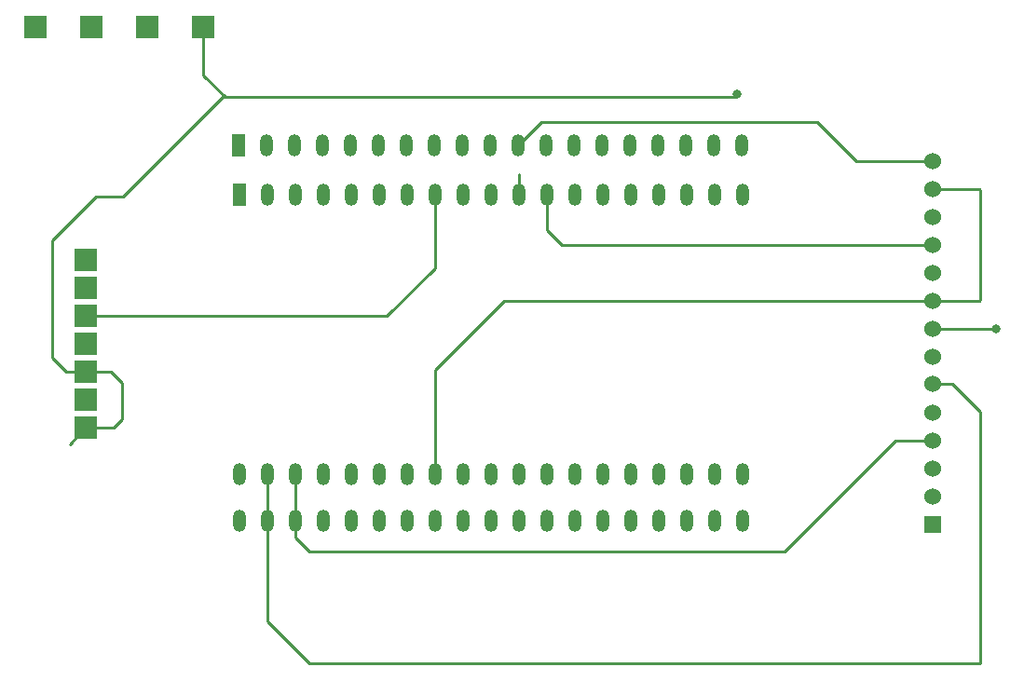
<source format=gbr>
%TF.GenerationSoftware,KiCad,Pcbnew,7.0.8*%
%TF.CreationDate,2024-09-26T17:13:04+02:00*%
%TF.ProjectId,ESP32_TFT2-8,45535033-325f-4544-9654-322d382e6b69,rev?*%
%TF.SameCoordinates,Original*%
%TF.FileFunction,Copper,L1,Top*%
%TF.FilePolarity,Positive*%
%FSLAX46Y46*%
G04 Gerber Fmt 4.6, Leading zero omitted, Abs format (unit mm)*
G04 Created by KiCad (PCBNEW 7.0.8) date 2024-09-26 17:13:04*
%MOMM*%
%LPD*%
G01*
G04 APERTURE LIST*
%TA.AperFunction,ComponentPad*%
%ADD10R,2.000000X2.000000*%
%TD*%
%TA.AperFunction,ComponentPad*%
%ADD11R,1.524000X1.524000*%
%TD*%
%TA.AperFunction,ComponentPad*%
%ADD12C,1.524000*%
%TD*%
%TA.AperFunction,ComponentPad*%
%ADD13R,1.200000X2.000000*%
%TD*%
%TA.AperFunction,ComponentPad*%
%ADD14O,1.200000X2.000000*%
%TD*%
%TA.AperFunction,ViaPad*%
%ADD15C,0.800000*%
%TD*%
%TA.AperFunction,Conductor*%
%ADD16C,0.250000*%
%TD*%
G04 APERTURE END LIST*
D10*
%TO.P,U5,1,LP*%
%TO.N,Net-(U3-LP)*%
X127520000Y-79300000D03*
%TD*%
D11*
%TO.P,U2,1,VCC*%
%TO.N,Net-(U1-3V3)*%
X198909600Y-124536320D03*
D12*
%TO.P,U2,2,GND*%
%TO.N,Net-(U10-LP)*%
X198909600Y-121996320D03*
%TO.P,U2,3,CS*%
%TO.N,Net-(U1-GPIO5)*%
X198909600Y-119486320D03*
%TO.P,U2,4,RESET*%
%TO.N,Net-(U1-GPIO22)*%
X198909600Y-116916320D03*
%TO.P,U2,5,DC*%
%TO.N,unconnected-(U1-ADC2_CH0{slash}GPIO4-Pad26)*%
X198909600Y-114376320D03*
%TO.P,U2,6,MOSI*%
%TO.N,Net-(U1-GPIO23)*%
X198909600Y-111736320D03*
%TO.P,U2,7,SCK*%
%TO.N,Net-(U1-GPIO18)*%
X198909600Y-109296320D03*
%TO.P,U2,8,LED*%
%TO.N,Net-(U1-3V3)*%
X198909600Y-106756320D03*
%TO.P,U2,9,MISO*%
%TO.N,Net-(U1-GPIO19)*%
X198909600Y-104216320D03*
%TO.P,U2,10,T_CLK*%
%TO.N,Net-(U1-GPIO18)*%
X198909600Y-101676320D03*
%TO.P,U2,11,T_CS*%
%TO.N,Net-(U1-MTMS{slash}GPIO14{slash}ADC2_CH6)*%
X198909600Y-99136320D03*
%TO.P,U2,12,T_DIN*%
%TO.N,Net-(U1-GPIO23)*%
X198909600Y-96596320D03*
%TO.P,U2,13,T_DQ*%
%TO.N,Net-(U1-GPIO19)*%
X198909600Y-94056320D03*
%TO.P,U2,14,T_IRQ*%
%TO.N,Net-(U1-ADC2_CH7{slash}GPIO27)*%
X198909600Y-91516320D03*
%TD*%
D10*
%TO.P,U6,1,LP*%
%TO.N,Net-(U1-5V)*%
X132600000Y-79300000D03*
%TD*%
%TO.P,U3,1,LP*%
%TO.N,Net-(U3-LP)*%
X117360000Y-79300000D03*
%TD*%
%TO.P,U4,1,LP*%
%TO.N,Net-(U10-LP)*%
X122440000Y-79300000D03*
%TD*%
%TO.P,U11,1,LP*%
%TO.N,Net-(U1-32K_XN{slash}GPIO33{slash}ADC1_CH5)*%
X121974000Y-105612000D03*
%TD*%
%TO.P,U7,1,LP*%
%TO.N,Net-(U1-5V)*%
X121974000Y-115772000D03*
%TD*%
D13*
%TO.P,U1,1,3V3*%
%TO.N,Net-(U1-3V3)*%
X135800000Y-90100000D03*
X135900000Y-94550000D03*
D14*
%TO.P,U1,2,CHIP_PU*%
%TO.N,unconnected-(U1-CHIP_PU-Pad2)*%
X138340000Y-90100000D03*
X138440000Y-94550000D03*
%TO.P,U1,3,SENSOR_VP/GPIO36/ADC1_CH0*%
%TO.N,unconnected-(U1-SENSOR_VP{slash}GPIO36{slash}ADC1_CH0-Pad3)*%
X140880000Y-90100000D03*
X140980000Y-94550000D03*
%TO.P,U1,4,SENSOR_VN/GPIO39/ADC1_CH3*%
%TO.N,unconnected-(U1-SENSOR_VN{slash}GPIO39{slash}ADC1_CH3-Pad4)*%
X143420000Y-90100000D03*
X143520000Y-94550000D03*
%TO.P,U1,5,VDET_1/GPIO34/ADC1_CH6*%
%TO.N,unconnected-(U1-VDET_1{slash}GPIO34{slash}ADC1_CH6-Pad5)*%
X145960000Y-90100000D03*
X146060000Y-94550000D03*
%TO.P,U1,6,VDET_2/GPIO35/ADC1_CH7*%
%TO.N,unconnected-(U1-VDET_2{slash}GPIO35{slash}ADC1_CH7-Pad6)*%
X148500000Y-90100000D03*
X148600000Y-94550000D03*
%TO.P,U1,7,32K_XP/GPIO32/ADC1_CH4*%
%TO.N,unconnected-(U1-32K_XP{slash}GPIO32{slash}ADC1_CH4-Pad7)*%
X151040000Y-90100000D03*
X151140000Y-94550000D03*
%TO.P,U1,8,32K_XN/GPIO33/ADC1_CH5*%
%TO.N,Net-(U1-32K_XN{slash}GPIO33{slash}ADC1_CH5)*%
X153580000Y-90100000D03*
X153680000Y-94550000D03*
%TO.P,U1,9,DAC_1/ADC2_CH8/GPIO25*%
%TO.N,Net-(U1-DAC_1{slash}ADC2_CH8{slash}GPIO25)*%
X156120000Y-90100000D03*
X156220000Y-94550000D03*
%TO.P,U1,10,DAC_2/ADC2_CH9/GPIO26*%
%TO.N,Net-(U1-DAC_2{slash}ADC2_CH9{slash}GPIO26)*%
X158660000Y-90100000D03*
X158760000Y-94550000D03*
%TO.P,U1,11,ADC2_CH7/GPIO27*%
%TO.N,Net-(U1-ADC2_CH7{slash}GPIO27)*%
X161200000Y-90100000D03*
X161300000Y-94550000D03*
%TO.P,U1,12,MTMS/GPIO14/ADC2_CH6*%
%TO.N,Net-(U1-MTMS{slash}GPIO14{slash}ADC2_CH6)*%
X163740000Y-90100000D03*
X163840000Y-94550000D03*
%TO.P,U1,13,MTDI/GPIO12/ADC2_CH5*%
%TO.N,unconnected-(U1-MTDI{slash}GPIO12{slash}ADC2_CH5-Pad13)*%
X166280000Y-90100000D03*
X166380000Y-94550000D03*
%TO.P,U1,14,GND*%
%TO.N,Net-(U10-LP)*%
X168820000Y-90100000D03*
X168920000Y-94550000D03*
%TO.P,U1,15,MTCK/GPIO13/ADC2_CH4*%
%TO.N,unconnected-(U1-MTCK{slash}GPIO13{slash}ADC2_CH4-Pad15)*%
X171360000Y-90100000D03*
X171460000Y-94550000D03*
%TO.P,U1,16,SD_DATA2/GPIO9*%
%TO.N,unconnected-(U1-SD_DATA2{slash}GPIO9-Pad16)*%
X173900000Y-90100000D03*
X174000000Y-94550000D03*
%TO.P,U1,17,SD_DATA3/GPIO10*%
%TO.N,unconnected-(U1-SD_DATA3{slash}GPIO10-Pad17)*%
X176440000Y-90100000D03*
X176540000Y-94550000D03*
%TO.P,U1,18,CMD*%
%TO.N,unconnected-(U1-CMD-Pad18)*%
X178980000Y-90100000D03*
X179080000Y-94550000D03*
%TO.P,U1,19,5V*%
%TO.N,Net-(U1-5V)*%
X181520000Y-90100000D03*
X181620000Y-94550000D03*
%TO.P,U1,20,SD_CLK/GPIO6*%
%TO.N,unconnected-(U1-SD_CLK{slash}GPIO6-Pad20)*%
X181617280Y-119946320D03*
X181647280Y-124196321D03*
%TO.P,U1,21,SD_DATA0/GPIO7*%
%TO.N,unconnected-(U1-SD_DATA0{slash}GPIO7-Pad21)*%
X179077280Y-119946320D03*
X179107280Y-124196321D03*
%TO.P,U1,22,SD_DATA1/GPIO8*%
%TO.N,unconnected-(U1-SD_DATA1{slash}GPIO8-Pad22)*%
X176540000Y-119950000D03*
X176570000Y-124200001D03*
%TO.P,U1,23,MTDO/GPIO15/ADC2_CH3*%
%TO.N,unconnected-(U1-MTDO{slash}GPIO15{slash}ADC2_CH3-Pad23)*%
X174000000Y-119950000D03*
X174030000Y-124200001D03*
%TO.P,U1,24,ADC2_CH2/GPIO2*%
%TO.N,unconnected-(U1-ADC2_CH2{slash}GPIO2-Pad24)*%
X171460000Y-119950000D03*
X171490000Y-124200001D03*
%TO.P,U1,25,GPIO0/BOOT/ADC2_CH1*%
%TO.N,unconnected-(U1-GPIO0{slash}BOOT{slash}ADC2_CH1-Pad25)*%
X168920000Y-119950000D03*
X168950000Y-124200001D03*
%TO.P,U1,26,ADC2_CH0/GPIO4*%
%TO.N,unconnected-(U1-ADC2_CH0{slash}GPIO4-Pad26)*%
X166380000Y-119950000D03*
X166410000Y-124200001D03*
%TO.P,U1,27,GPIO16*%
%TO.N,unconnected-(U1-GPIO16-Pad27)*%
X163840000Y-119950000D03*
X163870000Y-124200001D03*
%TO.P,U1,28,GPIO17*%
%TO.N,unconnected-(U1-GPIO17-Pad28)*%
X161300000Y-119950000D03*
X161330000Y-124200001D03*
%TO.P,U1,29,GPIO5*%
%TO.N,Net-(U1-GPIO5)*%
X158760000Y-119950000D03*
X158790000Y-124200001D03*
%TO.P,U1,30,GPIO18*%
%TO.N,Net-(U1-GPIO18)*%
X156220000Y-119950000D03*
X156250000Y-124200001D03*
%TO.P,U1,31,GPIO19*%
%TO.N,Net-(U1-GPIO19)*%
X153680000Y-119950000D03*
X153710000Y-124200001D03*
%TO.P,U1,32,GND*%
%TO.N,Net-(U10-LP)*%
X151140000Y-119950000D03*
X151170000Y-124200001D03*
%TO.P,U1,33,GPIO21*%
%TO.N,unconnected-(U1-GPIO21-Pad33)*%
X148600000Y-119950000D03*
X148630000Y-124200001D03*
%TO.P,U1,34,U0RXD/GPIO3*%
%TO.N,unconnected-(U1-U0RXD{slash}GPIO3-Pad34)*%
X146060000Y-119950000D03*
X146090000Y-124200001D03*
%TO.P,U1,35,U0TXD/GPIO1*%
%TO.N,unconnected-(U1-U0TXD{slash}GPIO1-Pad35)*%
X143520000Y-119950000D03*
X143550000Y-124200001D03*
%TO.P,U1,36,GPIO22*%
%TO.N,Net-(U1-GPIO22)*%
X140980000Y-119950000D03*
X141010000Y-124200001D03*
%TO.P,U1,37,GPIO23*%
%TO.N,Net-(U1-GPIO23)*%
X138440000Y-119950000D03*
X138470000Y-124200001D03*
%TO.P,U1,38,GND*%
%TO.N,Net-(U10-LP)*%
X135900000Y-119950000D03*
X135930000Y-124200001D03*
%TD*%
D10*
%TO.P,U8,1,LP*%
%TO.N,Net-(U10-LP)*%
X121974000Y-113232000D03*
%TD*%
%TO.P,U13,1,LP*%
%TO.N,Net-(U1-DAC_1{slash}ADC2_CH8{slash}GPIO25)*%
X121974000Y-100532000D03*
%TD*%
%TO.P,U12,1,LP*%
%TO.N,Net-(U1-DAC_2{slash}ADC2_CH9{slash}GPIO26)*%
X121974000Y-103072000D03*
%TD*%
%TO.P,U9,1,LP*%
%TO.N,Net-(U1-5V)*%
X121974000Y-110692000D03*
%TD*%
%TO.P,U10,1,LP*%
%TO.N,Net-(U10-LP)*%
X121974000Y-108152000D03*
%TD*%
D15*
%TO.N,Net-(U1-3V3)*%
X204620000Y-106720000D03*
%TO.N,Net-(U1-5V)*%
X181120000Y-85420000D03*
%TD*%
D16*
%TO.N,Net-(U1-ADC2_CH7{slash}GPIO27)*%
X163310000Y-87990000D02*
X161200000Y-90100000D01*
X188400000Y-87990000D02*
X163310000Y-87990000D01*
X191926320Y-91516320D02*
X188400000Y-87990000D01*
X198909600Y-91516320D02*
X191926320Y-91516320D01*
%TO.N,Net-(U1-3V3)*%
X204620000Y-106720000D02*
X204583680Y-106756320D01*
X204583680Y-106756320D02*
X198909600Y-106756320D01*
%TO.N,Net-(U1-32K_XN{slash}GPIO33{slash}ADC1_CH5)*%
X121974000Y-105612000D02*
X149288000Y-105612000D01*
X153680000Y-101220000D02*
X153680000Y-94550000D01*
X149288000Y-105612000D02*
X153680000Y-101220000D01*
%TO.N,Net-(U1-ADC2_CH7{slash}GPIO27)*%
X161300000Y-92700000D02*
X161300000Y-94550000D01*
%TO.N,Net-(U1-MTMS{slash}GPIO14{slash}ADC2_CH6)*%
X163840000Y-97800000D02*
X163840000Y-94550000D01*
X165176320Y-99136320D02*
X163840000Y-97800000D01*
X198909600Y-99136320D02*
X165176320Y-99136320D01*
%TO.N,Net-(U1-5V)*%
X181120000Y-85420000D02*
X180840000Y-85700000D01*
X134346380Y-85700000D02*
X125346380Y-94700000D01*
X134900000Y-85700000D02*
X134346380Y-85700000D01*
X125346380Y-94700000D02*
X122900000Y-94700000D01*
X180840000Y-85700000D02*
X134900000Y-85700000D01*
X120192000Y-110692000D02*
X121974000Y-110692000D01*
X124514000Y-115772000D02*
X125276000Y-115010000D01*
X132600000Y-83700000D02*
X132600000Y-79300000D01*
X125276000Y-115010000D02*
X125276000Y-111708000D01*
X120495332Y-117250668D02*
X121974000Y-115772000D01*
X118900000Y-109400000D02*
X120192000Y-110692000D01*
X134600000Y-85700000D02*
X132600000Y-83700000D01*
X134900000Y-85700000D02*
X134600000Y-85700000D01*
X122900000Y-94700000D02*
X118900000Y-98700000D01*
X181010000Y-85310000D02*
X181120000Y-85420000D01*
X124260000Y-110692000D02*
X121974000Y-110692000D01*
X121974000Y-115772000D02*
X124514000Y-115772000D01*
X118900000Y-98700000D02*
X118900000Y-109400000D01*
X125276000Y-111708000D02*
X124260000Y-110692000D01*
%TO.N,Net-(U1-GPIO19)*%
X203200000Y-94132640D02*
X203200000Y-104140000D01*
X203123680Y-94056320D02*
X203200000Y-94132640D01*
X203200000Y-104140000D02*
X203123680Y-104216320D01*
X159943680Y-104216320D02*
X153680000Y-110480000D01*
X203123680Y-104216320D02*
X198909600Y-104216320D01*
X198909600Y-104216320D02*
X159943680Y-104216320D01*
X198909600Y-94056320D02*
X203123680Y-94056320D01*
X153680000Y-110480000D02*
X153680000Y-119950000D01*
%TO.N,Net-(U1-GPIO22)*%
X198909600Y-116916320D02*
X195503680Y-116916320D01*
X140980000Y-125740000D02*
X140980000Y-119950000D01*
X195503680Y-116916320D02*
X185420000Y-127000000D01*
X142240000Y-127000000D02*
X140980000Y-125740000D01*
X185420000Y-127000000D02*
X142240000Y-127000000D01*
%TO.N,Net-(U1-GPIO23)*%
X138440000Y-133360000D02*
X138440000Y-119950000D01*
X198909600Y-111736320D02*
X200636320Y-111736320D01*
X142240000Y-137160000D02*
X138440000Y-133360000D01*
X203200000Y-114300000D02*
X203200000Y-137160000D01*
X203200000Y-137160000D02*
X142240000Y-137160000D01*
X200636320Y-111736320D02*
X203200000Y-114300000D01*
%TD*%
M02*

</source>
